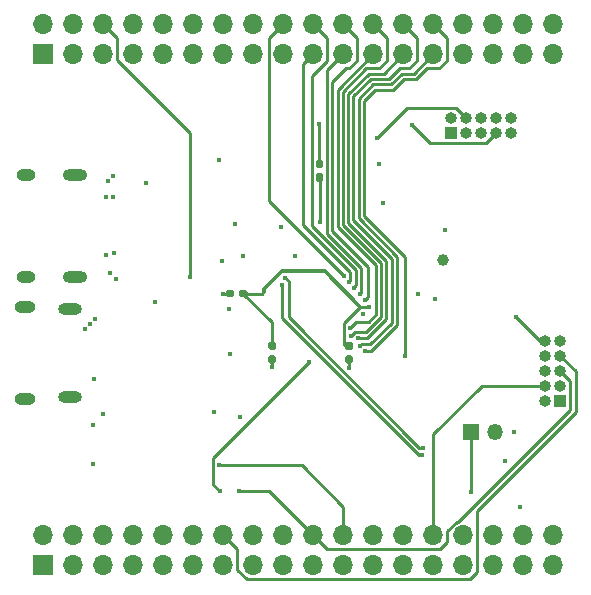
<source format=gbr>
%TF.GenerationSoftware,KiCad,Pcbnew,(5.1.10-1-10_14)*%
%TF.CreationDate,2021-08-18T14:47:54+08:00*%
%TF.ProjectId,jlinkob_hs,6a6c696e-6b6f-4625-9f68-732e6b696361,rev?*%
%TF.SameCoordinates,Original*%
%TF.FileFunction,Copper,L4,Bot*%
%TF.FilePolarity,Positive*%
%FSLAX46Y46*%
G04 Gerber Fmt 4.6, Leading zero omitted, Abs format (unit mm)*
G04 Created by KiCad (PCBNEW (5.1.10-1-10_14)) date 2021-08-18 14:47:54*
%MOMM*%
%LPD*%
G01*
G04 APERTURE LIST*
%TA.AperFunction,ComponentPad*%
%ADD10C,1.000000*%
%TD*%
%TA.AperFunction,ComponentPad*%
%ADD11O,1.000000X1.000000*%
%TD*%
%TA.AperFunction,ComponentPad*%
%ADD12R,1.000000X1.000000*%
%TD*%
%TA.AperFunction,ComponentPad*%
%ADD13O,1.700000X1.700000*%
%TD*%
%TA.AperFunction,ComponentPad*%
%ADD14R,1.700000X1.700000*%
%TD*%
%TA.AperFunction,ComponentPad*%
%ADD15O,1.800000X1.000000*%
%TD*%
%TA.AperFunction,ComponentPad*%
%ADD16O,2.000000X1.000000*%
%TD*%
%TA.AperFunction,ComponentPad*%
%ADD17O,1.350000X1.350000*%
%TD*%
%TA.AperFunction,ComponentPad*%
%ADD18R,1.350000X1.350000*%
%TD*%
%TA.AperFunction,ComponentPad*%
%ADD19O,2.100000X1.000000*%
%TD*%
%TA.AperFunction,ComponentPad*%
%ADD20O,1.600000X1.000000*%
%TD*%
%TA.AperFunction,ViaPad*%
%ADD21C,0.450000*%
%TD*%
%TA.AperFunction,Conductor*%
%ADD22C,0.250000*%
%TD*%
%TA.AperFunction,Conductor*%
%ADD23C,0.300000*%
%TD*%
G04 APERTURE END LIST*
D10*
%TO.P,TP1,1*%
%TO.N,Net-(R2-Pad1)*%
X137500000Y-72190000D03*
%TD*%
D11*
%TO.P,CON2,9*%
%TO.N,GND*%
X147410000Y-78990000D03*
%TO.P,CON2,10*%
%TO.N,PA11*%
X146140000Y-78990000D03*
%TO.P,CON2,7*%
%TO.N,PA22*%
X147410000Y-80260000D03*
%TO.P,CON2,8*%
%TO.N,PA12*%
X146140000Y-80260000D03*
%TO.P,CON2,5*%
%TO.N,PA15*%
X147410000Y-81530000D03*
%TO.P,CON2,6*%
%TO.N,GND*%
X146140000Y-81530000D03*
%TO.P,CON2,3*%
%TO.N,+3V3*%
X147410000Y-82800000D03*
%TO.P,CON2,4*%
%TO.N,PA21*%
X146140000Y-82800000D03*
%TO.P,CON2,2*%
%TO.N,PA3*%
X146140000Y-84070000D03*
D12*
%TO.P,CON2,1*%
%TO.N,N/C*%
X147410000Y-84070000D03*
%TD*%
D13*
%TO.P,J5,36*%
%TO.N,GND*%
X146760000Y-52210000D03*
%TO.P,J5,35*%
X146760000Y-54750000D03*
%TO.P,J5,34*%
X144220000Y-52210000D03*
%TO.P,J5,33*%
X144220000Y-54750000D03*
%TO.P,J5,32*%
%TO.N,+3V3*%
X141680000Y-52210000D03*
%TO.P,J5,31*%
X141680000Y-54750000D03*
%TO.P,J5,30*%
X139140000Y-52210000D03*
%TO.P,J5,29*%
X139140000Y-54750000D03*
%TO.P,J5,28*%
%TO.N,PA2*%
X136600000Y-52210000D03*
%TO.P,J5,27*%
%TO.N,PA3*%
X136600000Y-54750000D03*
%TO.P,J5,26*%
%TO.N,PA4*%
X134060000Y-52210000D03*
%TO.P,J5,25*%
%TO.N,PA5*%
X134060000Y-54750000D03*
%TO.P,J5,24*%
%TO.N,PA6*%
X131520000Y-52210000D03*
%TO.P,J5,23*%
%TO.N,PA7*%
X131520000Y-54750000D03*
%TO.P,J5,22*%
%TO.N,PA8*%
X128980000Y-52210000D03*
%TO.P,J5,21*%
%TO.N,PA9*%
X128980000Y-54750000D03*
%TO.P,J5,20*%
%TO.N,PA10*%
X126440000Y-52210000D03*
%TO.P,J5,19*%
%TO.N,PA11*%
X126440000Y-54750000D03*
%TO.P,J5,18*%
%TO.N,PA12*%
X123900000Y-52210000D03*
%TO.P,J5,17*%
%TO.N,PB24*%
X123900000Y-54750000D03*
%TO.P,J5,16*%
%TO.N,PB23*%
X121360000Y-52210000D03*
%TO.P,J5,15*%
%TO.N,PB22*%
X121360000Y-54750000D03*
%TO.P,J5,14*%
%TO.N,PB21*%
X118820000Y-52210000D03*
%TO.P,J5,13*%
%TO.N,PB20*%
X118820000Y-54750000D03*
%TO.P,J5,12*%
%TO.N,PB19*%
X116280000Y-52210000D03*
%TO.P,J5,11*%
%TO.N,PB18*%
X116280000Y-54750000D03*
%TO.P,J5,10*%
%TO.N,PB17*%
X113740000Y-52210000D03*
%TO.P,J5,9*%
%TO.N,PB14*%
X113740000Y-54750000D03*
%TO.P,J5,8*%
%TO.N,PB10*%
X111200000Y-52210000D03*
%TO.P,J5,7*%
%TO.N,PB9*%
X111200000Y-54750000D03*
%TO.P,J5,6*%
%TO.N,PA31*%
X108660000Y-52210000D03*
%TO.P,J5,5*%
%TO.N,VCC*%
X108660000Y-54750000D03*
%TO.P,J5,4*%
%TO.N,+3V3*%
X106120000Y-52210000D03*
%TO.P,J5,3*%
X106120000Y-54750000D03*
%TO.P,J5,2*%
%TO.N,GND*%
X103580000Y-52210000D03*
D14*
%TO.P,J5,1*%
X103580000Y-54750000D03*
%TD*%
D13*
%TO.P,J4,36*%
%TO.N,GND*%
X146810000Y-95480000D03*
%TO.P,J4,35*%
X146810000Y-98020000D03*
%TO.P,J4,34*%
%TO.N,PA1*%
X144270000Y-95480000D03*
%TO.P,J4,33*%
%TO.N,PA0*%
X144270000Y-98020000D03*
%TO.P,J4,32*%
%TO.N,PA26*%
X141730000Y-95480000D03*
%TO.P,J4,31*%
%TO.N,PA25*%
X141730000Y-98020000D03*
%TO.P,J4,30*%
%TO.N,PA24*%
X139190000Y-95480000D03*
%TO.P,J4,29*%
%TO.N,PA23*%
X139190000Y-98020000D03*
%TO.P,J4,28*%
%TO.N,PA21*%
X136650000Y-95480000D03*
%TO.P,J4,27*%
%TO.N,PA20*%
X136650000Y-98020000D03*
%TO.P,J4,26*%
%TO.N,PA19*%
X134110000Y-95480000D03*
%TO.P,J4,25*%
%TO.N,PA18*%
X134110000Y-98020000D03*
%TO.P,J4,24*%
%TO.N,PB15*%
X131570000Y-95480000D03*
%TO.P,J4,23*%
%TO.N,PB16*%
X131570000Y-98020000D03*
%TO.P,J4,22*%
%TO.N,PA17*%
X129030000Y-95480000D03*
%TO.P,J4,21*%
%TO.N,PA16*%
X129030000Y-98020000D03*
%TO.P,J4,20*%
%TO.N,PA15*%
X126490000Y-95480000D03*
%TO.P,J4,19*%
%TO.N,PA14*%
X126490000Y-98020000D03*
%TO.P,J4,18*%
%TO.N,PA13*%
X123950000Y-95480000D03*
%TO.P,J4,17*%
%TO.N,PB4*%
X123950000Y-98020000D03*
%TO.P,J4,16*%
%TO.N,PB3*%
X121410000Y-95480000D03*
%TO.P,J4,15*%
%TO.N,PA30*%
X121410000Y-98020000D03*
%TO.P,J4,14*%
%TO.N,PA22*%
X118870000Y-95480000D03*
%TO.P,J4,13*%
%TO.N,PB8*%
X118870000Y-98020000D03*
%TO.P,J4,12*%
%TO.N,PB7*%
X116330000Y-95480000D03*
%TO.P,J4,11*%
%TO.N,PB6*%
X116330000Y-98020000D03*
%TO.P,J4,10*%
%TO.N,PB5*%
X113790000Y-95480000D03*
%TO.P,J4,9*%
%TO.N,PA27*%
X113790000Y-98020000D03*
%TO.P,J4,8*%
%TO.N,PB13*%
X111250000Y-95480000D03*
%TO.P,J4,7*%
%TO.N,PB12*%
X111250000Y-98020000D03*
%TO.P,J4,6*%
%TO.N,PB11*%
X108710000Y-95480000D03*
%TO.P,J4,5*%
%TO.N,PB2*%
X108710000Y-98020000D03*
%TO.P,J4,4*%
%TO.N,PB1*%
X106170000Y-95480000D03*
%TO.P,J4,3*%
%TO.N,PB0*%
X106170000Y-98020000D03*
%TO.P,J4,2*%
%TO.N,GND*%
X103630000Y-95480000D03*
D14*
%TO.P,J4,1*%
X103630000Y-98020000D03*
%TD*%
D15*
%TO.P,J2,0*%
%TO.N,SHIELD*%
X102050000Y-83908824D03*
X102050000Y-76158824D03*
D16*
X105850000Y-83758824D03*
X105850000Y-76308824D03*
%TD*%
D17*
%TO.P,J3,2*%
%TO.N,GND*%
X141850000Y-86730000D03*
D18*
%TO.P,J3,1*%
%TO.N,PA25*%
X139850000Y-86730000D03*
%TD*%
D11*
%TO.P,CON1,9*%
%TO.N,GND*%
X143240000Y-61390000D03*
%TO.P,CON1,10*%
%TO.N,N/C*%
X143240000Y-60120000D03*
%TO.P,CON1,7*%
%TO.N,HOST_SWCLK*%
X141970000Y-61390000D03*
%TO.P,CON1,8*%
%TO.N,N/C*%
X141970000Y-60120000D03*
%TO.P,CON1,5*%
%TO.N,HOST_SWDIO*%
X140700000Y-61390000D03*
%TO.P,CON1,6*%
%TO.N,GND*%
X140700000Y-60120000D03*
%TO.P,CON1,3*%
%TO.N,+3V3*%
X139430000Y-61390000D03*
%TO.P,CON1,4*%
%TO.N,HOST_SWO*%
X139430000Y-60120000D03*
%TO.P,CON1,2*%
%TO.N,HOST_RESET*%
X138160000Y-60120000D03*
D12*
%TO.P,CON1,1*%
%TO.N,N/C*%
X138160000Y-61390000D03*
%TD*%
%TO.P,C16,2*%
%TO.N,GND*%
%TA.AperFunction,SMDPad,CuDef*%
G36*
G01*
X123155000Y-79800000D02*
X122845000Y-79800000D01*
G75*
G02*
X122690000Y-79645000I0J155000D01*
G01*
X122690000Y-79220000D01*
G75*
G02*
X122845000Y-79065000I155000J0D01*
G01*
X123155000Y-79065000D01*
G75*
G02*
X123310000Y-79220000I0J-155000D01*
G01*
X123310000Y-79645000D01*
G75*
G02*
X123155000Y-79800000I-155000J0D01*
G01*
G37*
%TD.AperFunction*%
%TO.P,C16,1*%
%TO.N,VCC*%
%TA.AperFunction,SMDPad,CuDef*%
G36*
G01*
X123155000Y-80935000D02*
X122845000Y-80935000D01*
G75*
G02*
X122690000Y-80780000I0J155000D01*
G01*
X122690000Y-80355000D01*
G75*
G02*
X122845000Y-80200000I155000J0D01*
G01*
X123155000Y-80200000D01*
G75*
G02*
X123310000Y-80355000I0J-155000D01*
G01*
X123310000Y-80780000D01*
G75*
G02*
X123155000Y-80935000I-155000J0D01*
G01*
G37*
%TD.AperFunction*%
%TD*%
%TO.P,C15,2*%
%TO.N,GND*%
%TA.AperFunction,SMDPad,CuDef*%
G36*
G01*
X127155000Y-64400000D02*
X126845000Y-64400000D01*
G75*
G02*
X126690000Y-64245000I0J155000D01*
G01*
X126690000Y-63820000D01*
G75*
G02*
X126845000Y-63665000I155000J0D01*
G01*
X127155000Y-63665000D01*
G75*
G02*
X127310000Y-63820000I0J-155000D01*
G01*
X127310000Y-64245000D01*
G75*
G02*
X127155000Y-64400000I-155000J0D01*
G01*
G37*
%TD.AperFunction*%
%TO.P,C15,1*%
%TO.N,VCC*%
%TA.AperFunction,SMDPad,CuDef*%
G36*
G01*
X127155000Y-65535000D02*
X126845000Y-65535000D01*
G75*
G02*
X126690000Y-65380000I0J155000D01*
G01*
X126690000Y-64955000D01*
G75*
G02*
X126845000Y-64800000I155000J0D01*
G01*
X127155000Y-64800000D01*
G75*
G02*
X127310000Y-64955000I0J-155000D01*
G01*
X127310000Y-65380000D01*
G75*
G02*
X127155000Y-65535000I-155000J0D01*
G01*
G37*
%TD.AperFunction*%
%TD*%
%TO.P,C9,2*%
%TO.N,GND*%
%TA.AperFunction,SMDPad,CuDef*%
G36*
G01*
X120200000Y-75155000D02*
X120200000Y-74845000D01*
G75*
G02*
X120355000Y-74690000I155000J0D01*
G01*
X120780000Y-74690000D01*
G75*
G02*
X120935000Y-74845000I0J-155000D01*
G01*
X120935000Y-75155000D01*
G75*
G02*
X120780000Y-75310000I-155000J0D01*
G01*
X120355000Y-75310000D01*
G75*
G02*
X120200000Y-75155000I0J155000D01*
G01*
G37*
%TD.AperFunction*%
%TO.P,C9,1*%
%TO.N,+3V3*%
%TA.AperFunction,SMDPad,CuDef*%
G36*
G01*
X119065000Y-75155000D02*
X119065000Y-74845000D01*
G75*
G02*
X119220000Y-74690000I155000J0D01*
G01*
X119645000Y-74690000D01*
G75*
G02*
X119800000Y-74845000I0J-155000D01*
G01*
X119800000Y-75155000D01*
G75*
G02*
X119645000Y-75310000I-155000J0D01*
G01*
X119220000Y-75310000D01*
G75*
G02*
X119065000Y-75155000I0J155000D01*
G01*
G37*
%TD.AperFunction*%
%TD*%
%TO.P,C8,2*%
%TO.N,GND*%
%TA.AperFunction,SMDPad,CuDef*%
G36*
G01*
X129655000Y-79800000D02*
X129345000Y-79800000D01*
G75*
G02*
X129190000Y-79645000I0J155000D01*
G01*
X129190000Y-79220000D01*
G75*
G02*
X129345000Y-79065000I155000J0D01*
G01*
X129655000Y-79065000D01*
G75*
G02*
X129810000Y-79220000I0J-155000D01*
G01*
X129810000Y-79645000D01*
G75*
G02*
X129655000Y-79800000I-155000J0D01*
G01*
G37*
%TD.AperFunction*%
%TO.P,C8,1*%
%TO.N,+3V3*%
%TA.AperFunction,SMDPad,CuDef*%
G36*
G01*
X129655000Y-80935000D02*
X129345000Y-80935000D01*
G75*
G02*
X129190000Y-80780000I0J155000D01*
G01*
X129190000Y-80355000D01*
G75*
G02*
X129345000Y-80200000I155000J0D01*
G01*
X129655000Y-80200000D01*
G75*
G02*
X129810000Y-80355000I0J-155000D01*
G01*
X129810000Y-80780000D01*
G75*
G02*
X129655000Y-80935000I-155000J0D01*
G01*
G37*
%TD.AperFunction*%
%TD*%
D19*
%TO.P,J1,S1*%
%TO.N,SHIELD*%
X106310000Y-73570000D03*
X106310000Y-64930000D03*
D20*
X102130000Y-64930000D03*
X102130000Y-73570000D03*
%TD*%
D21*
%TO.N,GND*%
X131228320Y-76111392D03*
X127000000Y-60630000D03*
X123740000Y-69380000D03*
X118540000Y-63650000D03*
X112320000Y-65610000D03*
X132060000Y-64050000D03*
X124960000Y-71790000D03*
X137610000Y-69600000D03*
X113080000Y-75710000D03*
X122320000Y-74790000D03*
X120490000Y-71820000D03*
X109810000Y-73780000D03*
X109520000Y-65060000D03*
X107920000Y-82210000D03*
X109115000Y-65465000D03*
X109300000Y-73270000D03*
X119410000Y-80120000D03*
X120240000Y-85430000D03*
X136780000Y-75450000D03*
X143490000Y-86720000D03*
%TO.N,VCC*%
X123000000Y-81230000D03*
X127010000Y-68930000D03*
X118720000Y-72260000D03*
X119890000Y-69120000D03*
X130670000Y-76710000D03*
X119350000Y-76300000D03*
X132390000Y-67340000D03*
%TO.N,+3V3*%
X129510000Y-81310000D03*
X118810000Y-75000000D03*
X107820000Y-89430000D03*
X118050000Y-85030000D03*
X143950000Y-93030000D03*
X142690000Y-89140000D03*
X135370000Y-75020000D03*
%TO.N,PA29*%
X123842316Y-74276742D03*
X135729378Y-88704982D03*
%TO.N,PA28*%
X124100000Y-73680000D03*
X135810000Y-88060000D03*
%TO.N,PA12*%
X129060000Y-73520000D03*
%TO.N,PA11*%
X129509296Y-74050000D03*
X143676091Y-76963909D03*
%TO.N,PA10*%
X129939427Y-74550000D03*
%TO.N,PA9*%
X130412694Y-75050000D03*
%TO.N,PA8*%
X130900690Y-75550000D03*
%TO.N,PA7*%
X129617737Y-77871802D03*
%TO.N,PA6*%
X129668986Y-78598371D03*
%TO.N,PA5*%
X130297023Y-78765916D03*
%TO.N,PA4*%
X130440379Y-79400379D03*
%TO.N,PA3*%
X130900000Y-79860000D03*
%TO.N,PA2*%
X134259160Y-80270840D03*
%TO.N,PA25*%
X139830000Y-91779990D03*
%TO.N,PA18*%
X118560000Y-91750000D03*
X126130000Y-80780000D03*
%TO.N,PA17*%
X118540000Y-89520000D03*
%TO.N,PA15*%
X120180000Y-91740000D03*
%TO.N,HOST_SWCLK*%
X134870000Y-60690000D03*
%TO.N,HOST_SWO*%
X131890371Y-61850689D03*
%TO.N,VBUS*%
X109620000Y-71580000D03*
X109560000Y-66790000D03*
X108000000Y-77190000D03*
X108720000Y-85190000D03*
X107820000Y-86090000D03*
X107190000Y-78010000D03*
X107620000Y-77610000D03*
X108940000Y-71700000D03*
X108950000Y-66800000D03*
%TO.N,PA31*%
X116010000Y-73600000D03*
%TD*%
D22*
%TO.N,GND*%
X127000000Y-64032500D02*
X127000000Y-60630000D01*
X123000000Y-77432500D02*
X120567500Y-75000000D01*
X123000000Y-79432500D02*
X123000000Y-77432500D01*
X122110000Y-75000000D02*
X122320000Y-74790000D01*
X120567500Y-75000000D02*
X122110000Y-75000000D01*
X129067736Y-77498262D02*
X130454606Y-76111392D01*
X130454606Y-76111392D02*
X131228320Y-76111392D01*
X129067736Y-79310236D02*
X129067736Y-77498262D01*
X129190000Y-79432500D02*
X129067736Y-79310236D01*
X129500000Y-79432500D02*
X129190000Y-79432500D01*
D23*
X123823999Y-73104999D02*
X122320000Y-74608998D01*
X127448213Y-73104999D02*
X123823999Y-73104999D01*
X122320000Y-74608998D02*
X122320000Y-74790000D01*
X130454606Y-76111392D02*
X127448213Y-73104999D01*
D22*
%TO.N,VCC*%
X127010000Y-65177500D02*
X127000000Y-65167500D01*
X127010000Y-68930000D02*
X127010000Y-65177500D01*
X123000000Y-81230000D02*
X123000000Y-80567500D01*
%TO.N,+3V3*%
X118810000Y-75000000D02*
X119432500Y-75000000D01*
X129510000Y-80577500D02*
X129500000Y-80567500D01*
X129510000Y-81310000D02*
X129510000Y-80577500D01*
%TO.N,PA29*%
X135454570Y-88704982D02*
X135729378Y-88704982D01*
X123842316Y-77092728D02*
X135454570Y-88704982D01*
X123842316Y-74276742D02*
X123842316Y-77092728D01*
%TO.N,PA28*%
X124392317Y-77006319D02*
X135445998Y-88060000D01*
X135445998Y-88060000D02*
X135810000Y-88060000D01*
X124392317Y-73972317D02*
X124392317Y-77006319D01*
X124100000Y-73680000D02*
X124392317Y-73972317D01*
%TO.N,PA12*%
X122724999Y-53385001D02*
X123900000Y-52210000D01*
X122724999Y-67184999D02*
X122724999Y-53385001D01*
X129060000Y-73520000D02*
X122724999Y-67184999D01*
%TO.N,PA11*%
X125590001Y-55599999D02*
X125590001Y-69170001D01*
X126440000Y-54750000D02*
X125590001Y-55599999D01*
X129610001Y-73949295D02*
X129509296Y-74050000D01*
X129610001Y-73190001D02*
X129610001Y-73949295D01*
X125590001Y-69170001D02*
X129610001Y-73190001D01*
X145702182Y-78990000D02*
X146140000Y-78990000D01*
X143676091Y-76963909D02*
X145702182Y-78990000D01*
%TO.N,PA10*%
X130060011Y-74313287D02*
X130060011Y-72990011D01*
X129939427Y-74433871D02*
X130060011Y-74313287D01*
X129939427Y-74550000D02*
X129939427Y-74433871D01*
X129930000Y-72860000D02*
X129916410Y-72860000D01*
X130060011Y-72990011D02*
X129930000Y-72860000D01*
X127615001Y-53385001D02*
X126440000Y-52210000D01*
X126364990Y-56564012D02*
X127615001Y-55314001D01*
X127615001Y-55314001D02*
X127615001Y-53385001D01*
X126364990Y-69308580D02*
X126364990Y-56564012D01*
X129916410Y-72860000D02*
X126364990Y-69308580D01*
%TO.N,PA9*%
X128936410Y-71230000D02*
X128922820Y-71230000D01*
X130510020Y-72803610D02*
X128936410Y-71230000D01*
X130510021Y-74952673D02*
X130510020Y-72803610D01*
X130412694Y-75050000D02*
X130510021Y-74952673D01*
X127635010Y-69942190D02*
X127635010Y-57564990D01*
X128922820Y-71230000D02*
X127635010Y-69942190D01*
X127635010Y-57564990D02*
X127630000Y-57559980D01*
X127630000Y-56100000D02*
X128980000Y-54750000D01*
X127630000Y-57559980D02*
X127630000Y-56100000D01*
%TO.N,PA8*%
X131125689Y-75325001D02*
X131125689Y-72755689D01*
X130900690Y-75550000D02*
X131125689Y-75325001D01*
X128085020Y-57365020D02*
X128080010Y-57360010D01*
X128085020Y-69715020D02*
X128085020Y-57365020D01*
X131125689Y-72755689D02*
X128085020Y-69715020D01*
X130155001Y-53385001D02*
X128980000Y-52210000D01*
X130155001Y-55314001D02*
X130155001Y-53385001D01*
X129544001Y-55925001D02*
X130155001Y-55314001D01*
X129264999Y-55925001D02*
X129544001Y-55925001D01*
X128080010Y-57109990D02*
X129264999Y-55925001D01*
X128080010Y-57360010D02*
X128080010Y-57109990D01*
%TO.N,PA7*%
X131778321Y-76542148D02*
X131778321Y-72608321D01*
X131778321Y-72608321D02*
X128535030Y-69365030D01*
X128535030Y-57734970D02*
X131520000Y-54750000D01*
X128535030Y-69365030D02*
X128535030Y-57734970D01*
X130119539Y-77370000D02*
X131177180Y-77370000D01*
X129617737Y-77871802D02*
X130119539Y-77370000D01*
X131778321Y-76768859D02*
X131778321Y-76542148D01*
X131177180Y-77370000D02*
X131778321Y-76768859D01*
%TO.N,PA6*%
X132228331Y-76728548D02*
X132228330Y-72421920D01*
X132228330Y-72421920D02*
X128985040Y-69178630D01*
X128985040Y-69178630D02*
X128985040Y-57924960D01*
X132695001Y-53385001D02*
X131520000Y-52210000D01*
X132084001Y-55925001D02*
X132695001Y-55314001D01*
X132695001Y-55314001D02*
X132695001Y-53385001D01*
X130984999Y-55925001D02*
X132084001Y-55925001D01*
X128985040Y-57924960D02*
X130984999Y-55925001D01*
X130051442Y-78215915D02*
X130967675Y-78215915D01*
X129668986Y-78598371D02*
X130051442Y-78215915D01*
X132228331Y-76955259D02*
X132228331Y-76728548D01*
X130967675Y-78215915D02*
X132228331Y-76955259D01*
%TO.N,PA5*%
X129435050Y-58111360D02*
X131171399Y-56375011D01*
X129435050Y-68992230D02*
X129435050Y-58111360D01*
X131171399Y-56375011D02*
X132434989Y-56375011D01*
X131054084Y-78765916D02*
X132678339Y-77141661D01*
X132678339Y-77141661D02*
X132678339Y-72235519D01*
X132434989Y-56375011D02*
X134060000Y-54750000D01*
X132678339Y-72235519D02*
X129435050Y-68992230D01*
X130297023Y-78765916D02*
X131054084Y-78765916D01*
%TO.N,PA4*%
X135235001Y-53385001D02*
X134060000Y-52210000D01*
X135235001Y-55314001D02*
X135235001Y-53385001D01*
X133784999Y-55925001D02*
X134624001Y-55925001D01*
X131357799Y-56825021D02*
X132884979Y-56825021D01*
X130530759Y-79309999D02*
X131324003Y-79309999D01*
X129885060Y-58297760D02*
X131357799Y-56825021D01*
X133128349Y-77505653D02*
X133128348Y-72049118D01*
X134624001Y-55925001D02*
X135235001Y-55314001D01*
X129885060Y-68805830D02*
X129885060Y-58297760D01*
X133128348Y-72049118D02*
X129885060Y-68805830D01*
X130440379Y-79400379D02*
X130530759Y-79309999D01*
X131324003Y-79309999D02*
X133128349Y-77505653D01*
X132884979Y-56825021D02*
X133784999Y-55925001D01*
%TO.N,PA3*%
X133578358Y-77692052D02*
X133578357Y-71862717D01*
X131410412Y-79860000D02*
X133578358Y-77692052D01*
X130900000Y-79860000D02*
X131410412Y-79860000D01*
X133578357Y-71862717D02*
X130335070Y-68619430D01*
X130335070Y-68619430D02*
X130335070Y-58484160D01*
X131544199Y-57275031D02*
X133071380Y-57275030D01*
X130335070Y-58484160D02*
X131544199Y-57275031D01*
X134974989Y-56375011D02*
X136600000Y-54750000D01*
X133971399Y-56375011D02*
X134974989Y-56375011D01*
X133071380Y-57275030D02*
X133971399Y-56375011D01*
%TO.N,PA2*%
X134259160Y-80270840D02*
X134259160Y-71907110D01*
X134259160Y-71907110D02*
X130785080Y-68433030D01*
X130785080Y-68433030D02*
X130785080Y-58670560D01*
X131730601Y-57725039D02*
X133257781Y-57725039D01*
X130785080Y-58670560D02*
X131730601Y-57725039D01*
X134157799Y-56825021D02*
X135174979Y-56825021D01*
X133257781Y-57725039D02*
X134157799Y-56825021D01*
X137775001Y-53385001D02*
X136600000Y-52210000D01*
X137775001Y-55314001D02*
X137775001Y-53385001D01*
X136074999Y-55925001D02*
X137164001Y-55925001D01*
X137164001Y-55925001D02*
X137775001Y-55314001D01*
X135174979Y-56825021D02*
X136074999Y-55925001D01*
%TO.N,PA25*%
X139850000Y-91759990D02*
X139830000Y-91779990D01*
X139850000Y-86730000D02*
X139850000Y-91759990D01*
%TO.N,PA21*%
X136650000Y-95480000D02*
X136650000Y-86880000D01*
X140730000Y-82800000D02*
X146140000Y-82800000D01*
X136650000Y-86880000D02*
X140730000Y-82800000D01*
%TO.N,PA18*%
X117989999Y-88920001D02*
X126130000Y-80780000D01*
X117989999Y-91179999D02*
X117989999Y-88920001D01*
X118560000Y-91750000D02*
X117989999Y-91179999D01*
%TO.N,PA17*%
X129030000Y-93050000D02*
X129030000Y-95480000D01*
X125500000Y-89520000D02*
X129030000Y-93050000D01*
X118540000Y-89520000D02*
X125500000Y-89520000D01*
%TO.N,PA15*%
X137214001Y-96655001D02*
X127665001Y-96655001D01*
X137825001Y-96044001D02*
X137214001Y-96655001D01*
X138745001Y-94304999D02*
X138625999Y-94304999D01*
X148235001Y-84814999D02*
X138745001Y-94304999D01*
X127665001Y-96655001D02*
X126490000Y-95480000D01*
X138625999Y-94304999D02*
X137825001Y-95105997D01*
X147410000Y-81578998D02*
X148235001Y-82403999D01*
X137825001Y-95105997D02*
X137825001Y-96044001D01*
X148235001Y-82403999D02*
X148235001Y-84814999D01*
X147410000Y-81530000D02*
X147410000Y-81578998D01*
X122750000Y-91740000D02*
X126490000Y-95480000D01*
X120180000Y-91740000D02*
X122750000Y-91740000D01*
%TO.N,PA22*%
X148685011Y-81535011D02*
X148685011Y-85064989D01*
X147410000Y-80260000D02*
X148685011Y-81535011D01*
X120045001Y-96655001D02*
X118870000Y-95480000D01*
X120045001Y-98394003D02*
X120045001Y-96655001D01*
X120845999Y-99195001D02*
X120045001Y-98394003D01*
X139754001Y-99195001D02*
X120845999Y-99195001D01*
X140365001Y-93384999D02*
X140365001Y-98584001D01*
X140365001Y-98584001D02*
X139754001Y-99195001D01*
X148685011Y-85064989D02*
X140365001Y-93384999D01*
%TO.N,HOST_SWCLK*%
X141144999Y-62215001D02*
X141970000Y-61390000D01*
X136395001Y-62215001D02*
X141144999Y-62215001D01*
X134870000Y-60690000D02*
X136395001Y-62215001D01*
%TO.N,HOST_SWO*%
X138604999Y-59294999D02*
X139430000Y-60120000D01*
X134446061Y-59294999D02*
X138604999Y-59294999D01*
X131890371Y-61850689D02*
X134446061Y-59294999D01*
%TO.N,PA31*%
X109835001Y-55215001D02*
X109835001Y-53385001D01*
X109835001Y-53385001D02*
X108660000Y-52210000D01*
X116010000Y-61390000D02*
X109835001Y-55215001D01*
X116010000Y-73600000D02*
X116010000Y-61390000D01*
%TD*%
M02*

</source>
